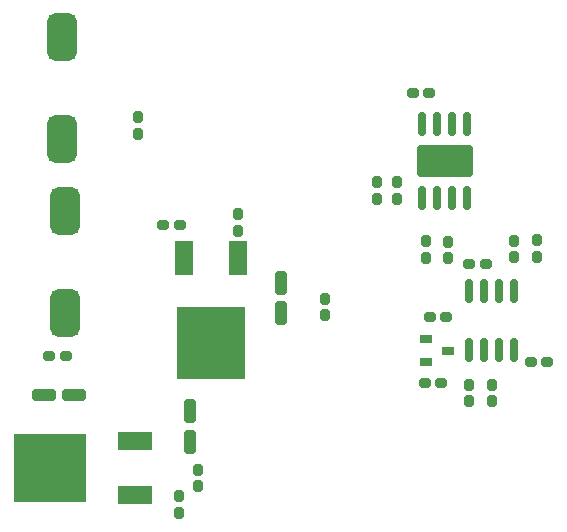
<source format=gtp>
G04*
G04 #@! TF.GenerationSoftware,Altium Limited,Altium Designer,19.1.6 (110)*
G04*
G04 Layer_Color=8421504*
%FSLAX44Y44*%
%MOMM*%
G71*
G01*
G75*
G04:AMPARAMS|DCode=29|XSize=0.8mm|YSize=1mm|CornerRadius=0.2mm|HoleSize=0mm|Usage=FLASHONLY|Rotation=180.000|XOffset=0mm|YOffset=0mm|HoleType=Round|Shape=RoundedRectangle|*
%AMROUNDEDRECTD29*
21,1,0.8000,0.6000,0,0,180.0*
21,1,0.4000,1.0000,0,0,180.0*
1,1,0.4000,-0.2000,0.3000*
1,1,0.4000,0.2000,0.3000*
1,1,0.4000,0.2000,-0.3000*
1,1,0.4000,-0.2000,-0.3000*
%
%ADD29ROUNDEDRECTD29*%
%ADD30R,3.0000X1.6000*%
%ADD31R,6.2000X5.8000*%
%ADD32R,5.8000X6.2000*%
%ADD33R,1.6000X3.0000*%
G04:AMPARAMS|DCode=34|XSize=1.97mm|YSize=0.6mm|CornerRadius=0.15mm|HoleSize=0mm|Usage=FLASHONLY|Rotation=90.000|XOffset=0mm|YOffset=0mm|HoleType=Round|Shape=RoundedRectangle|*
%AMROUNDEDRECTD34*
21,1,1.9700,0.3000,0,0,90.0*
21,1,1.6700,0.6000,0,0,90.0*
1,1,0.3000,0.1500,0.8350*
1,1,0.3000,0.1500,-0.8350*
1,1,0.3000,-0.1500,-0.8350*
1,1,0.3000,-0.1500,0.8350*
%
%ADD34ROUNDEDRECTD34*%
G04:AMPARAMS|DCode=35|XSize=1mm|YSize=2mm|CornerRadius=0.25mm|HoleSize=0mm|Usage=FLASHONLY|Rotation=0.000|XOffset=0mm|YOffset=0mm|HoleType=Round|Shape=RoundedRectangle|*
%AMROUNDEDRECTD35*
21,1,1.0000,1.5000,0,0,0.0*
21,1,0.5000,2.0000,0,0,0.0*
1,1,0.5000,0.2500,-0.7500*
1,1,0.5000,-0.2500,-0.7500*
1,1,0.5000,-0.2500,0.7500*
1,1,0.5000,0.2500,0.7500*
%
%ADD35ROUNDEDRECTD35*%
G04:AMPARAMS|DCode=36|XSize=1mm|YSize=2mm|CornerRadius=0.25mm|HoleSize=0mm|Usage=FLASHONLY|Rotation=270.000|XOffset=0mm|YOffset=0mm|HoleType=Round|Shape=RoundedRectangle|*
%AMROUNDEDRECTD36*
21,1,1.0000,1.5000,0,0,270.0*
21,1,0.5000,2.0000,0,0,270.0*
1,1,0.5000,-0.7500,-0.2500*
1,1,0.5000,-0.7500,0.2500*
1,1,0.5000,0.7500,0.2500*
1,1,0.5000,0.7500,-0.2500*
%
%ADD36ROUNDEDRECTD36*%
%ADD37R,1.0000X0.7000*%
G04:AMPARAMS|DCode=38|XSize=0.8mm|YSize=1mm|CornerRadius=0.2mm|HoleSize=0mm|Usage=FLASHONLY|Rotation=90.000|XOffset=0mm|YOffset=0mm|HoleType=Round|Shape=RoundedRectangle|*
%AMROUNDEDRECTD38*
21,1,0.8000,0.6000,0,0,90.0*
21,1,0.4000,1.0000,0,0,90.0*
1,1,0.4000,0.3000,0.2000*
1,1,0.4000,0.3000,-0.2000*
1,1,0.4000,-0.3000,-0.2000*
1,1,0.4000,-0.3000,0.2000*
%
%ADD38ROUNDEDRECTD38*%
G04:AMPARAMS|DCode=39|XSize=2.5mm|YSize=4mm|CornerRadius=0.625mm|HoleSize=0mm|Usage=FLASHONLY|Rotation=180.000|XOffset=0mm|YOffset=0mm|HoleType=Round|Shape=RoundedRectangle|*
%AMROUNDEDRECTD39*
21,1,2.5000,2.7500,0,0,180.0*
21,1,1.2500,4.0000,0,0,180.0*
1,1,1.2500,-0.6250,1.3750*
1,1,1.2500,0.6250,1.3750*
1,1,1.2500,0.6250,-1.3750*
1,1,1.2500,-0.6250,-1.3750*
%
%ADD39ROUNDEDRECTD39*%
G04:AMPARAMS|DCode=40|XSize=0.6mm|YSize=2mm|CornerRadius=0.15mm|HoleSize=0mm|Usage=FLASHONLY|Rotation=180.000|XOffset=0mm|YOffset=0mm|HoleType=Round|Shape=RoundedRectangle|*
%AMROUNDEDRECTD40*
21,1,0.6000,1.7000,0,0,180.0*
21,1,0.3000,2.0000,0,0,180.0*
1,1,0.3000,-0.1500,0.8500*
1,1,0.3000,0.1500,0.8500*
1,1,0.3000,0.1500,-0.8500*
1,1,0.3000,-0.1500,-0.8500*
%
%ADD40ROUNDEDRECTD40*%
G04:AMPARAMS|DCode=41|XSize=2.7mm|YSize=4.8mm|CornerRadius=0.3375mm|HoleSize=0mm|Usage=FLASHONLY|Rotation=270.000|XOffset=0mm|YOffset=0mm|HoleType=Round|Shape=RoundedRectangle|*
%AMROUNDEDRECTD41*
21,1,2.7000,4.1250,0,0,270.0*
21,1,2.0250,4.8000,0,0,270.0*
1,1,0.6750,-2.0625,-1.0125*
1,1,0.6750,-2.0625,1.0125*
1,1,0.6750,2.0625,1.0125*
1,1,0.6750,2.0625,-1.0125*
%
%ADD41ROUNDEDRECTD41*%
D29*
X655500Y-488250D02*
D03*
Y-474250D02*
D03*
X671750Y-465500D02*
D03*
Y-451500D02*
D03*
X705250Y-235500D02*
D03*
Y-249500D02*
D03*
X779250Y-306750D02*
D03*
Y-320750D02*
D03*
X959000Y-257500D02*
D03*
Y-271500D02*
D03*
X939500Y-271750D02*
D03*
Y-257750D02*
D03*
X620500Y-167250D02*
D03*
Y-153250D02*
D03*
X823000Y-222250D02*
D03*
Y-208250D02*
D03*
X901000Y-379500D02*
D03*
Y-393500D02*
D03*
X864750Y-258000D02*
D03*
Y-272000D02*
D03*
X883000Y-258500D02*
D03*
Y-272500D02*
D03*
X920750Y-379500D02*
D03*
Y-393500D02*
D03*
X840500Y-208250D02*
D03*
Y-222250D02*
D03*
D30*
X618200Y-473470D02*
D03*
Y-427750D02*
D03*
D31*
X546400Y-450610D02*
D03*
D32*
X682195Y-344300D02*
D03*
D33*
X659335Y-272500D02*
D03*
X705055D02*
D03*
D34*
X901450Y-300500D02*
D03*
X914150D02*
D03*
X926850D02*
D03*
X939550D02*
D03*
Y-350000D02*
D03*
X926850D02*
D03*
X914150D02*
D03*
X901450D02*
D03*
D35*
X742250Y-319250D02*
D03*
Y-293250D02*
D03*
X665000Y-402250D02*
D03*
Y-428250D02*
D03*
D36*
X541000Y-388000D02*
D03*
X567000D02*
D03*
D37*
X865000Y-341250D02*
D03*
Y-360250D02*
D03*
X883000Y-350750D02*
D03*
D38*
X867750Y-322000D02*
D03*
X881750D02*
D03*
X967500Y-360250D02*
D03*
X953500D02*
D03*
X915250Y-277250D02*
D03*
X901250D02*
D03*
X545500Y-355500D02*
D03*
X559500D02*
D03*
X863500Y-378250D02*
D03*
X877500D02*
D03*
X853500Y-132750D02*
D03*
X867500D02*
D03*
X656000Y-244250D02*
D03*
X642000D02*
D03*
D39*
X556500Y-171250D02*
D03*
Y-85250D02*
D03*
X559250Y-233000D02*
D03*
Y-319000D02*
D03*
D40*
X861400Y-221250D02*
D03*
X874100D02*
D03*
X886800D02*
D03*
X899500D02*
D03*
Y-159250D02*
D03*
X886800D02*
D03*
X874100D02*
D03*
X861400D02*
D03*
D41*
X880450Y-190250D02*
D03*
M02*

</source>
